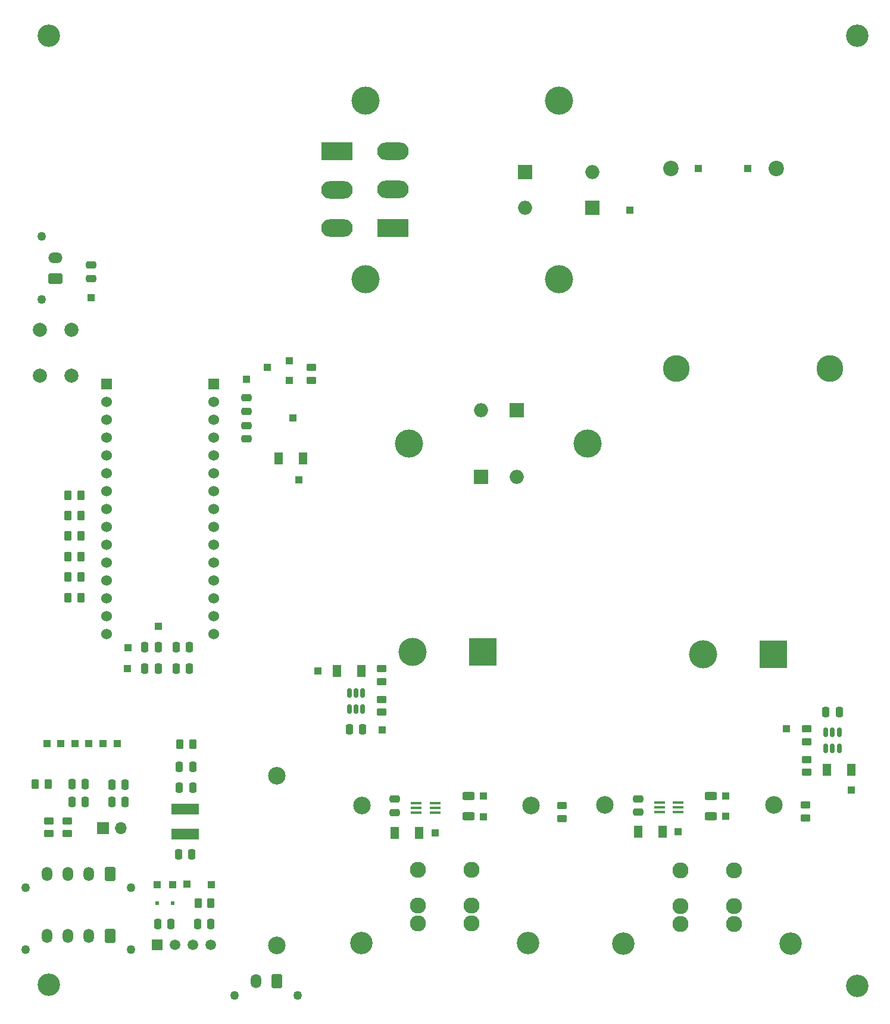
<source format=gbr>
%TF.GenerationSoftware,KiCad,Pcbnew,(6.0.1)*%
%TF.CreationDate,2022-03-05T17:58:01-06:00*%
%TF.ProjectId,MPPT,4d505054-2e6b-4696-9361-645f70636258,1.4.0*%
%TF.SameCoordinates,PX10b1ae8PY9b06478*%
%TF.FileFunction,Soldermask,Bot*%
%TF.FilePolarity,Negative*%
%FSLAX46Y46*%
G04 Gerber Fmt 4.6, Leading zero omitted, Abs format (unit mm)*
G04 Created by KiCad (PCBNEW (6.0.1)) date 2022-03-05 17:58:01*
%MOMM*%
%LPD*%
G01*
G04 APERTURE LIST*
G04 Aperture macros list*
%AMRoundRect*
0 Rectangle with rounded corners*
0 $1 Rounding radius*
0 $2 $3 $4 $5 $6 $7 $8 $9 X,Y pos of 4 corners*
0 Add a 4 corners polygon primitive as box body*
4,1,4,$2,$3,$4,$5,$6,$7,$8,$9,$2,$3,0*
0 Add four circle primitives for the rounded corners*
1,1,$1+$1,$2,$3*
1,1,$1+$1,$4,$5*
1,1,$1+$1,$6,$7*
1,1,$1+$1,$8,$9*
0 Add four rect primitives between the rounded corners*
20,1,$1+$1,$2,$3,$4,$5,0*
20,1,$1+$1,$4,$5,$6,$7,0*
20,1,$1+$1,$6,$7,$8,$9,0*
20,1,$1+$1,$8,$9,$2,$3,0*%
G04 Aperture macros list end*
%ADD10C,1.270000*%
%ADD11RoundRect,0.250001X0.759999X-0.499999X0.759999X0.499999X-0.759999X0.499999X-0.759999X-0.499999X0*%
%ADD12O,2.020000X1.500000*%
%ADD13C,3.200000*%
%ADD14C,2.286000*%
%ADD15RoundRect,0.250001X0.499999X0.759999X-0.499999X0.759999X-0.499999X-0.759999X0.499999X-0.759999X0*%
%ADD16O,1.500000X2.020000*%
%ADD17C,2.000000*%
%ADD18C,4.000000*%
%ADD19R,2.000000X2.000000*%
%ADD20O,2.000000X2.000000*%
%ADD21C,2.500000*%
%ADD22R,1.530000X1.530000*%
%ADD23C,1.530000*%
%ADD24R,1.700000X1.700000*%
%ADD25O,1.700000X1.700000*%
%ADD26C,2.200000*%
%ADD27R,4.000000X4.000000*%
%ADD28R,1.508000X1.508000*%
%ADD29C,1.508000*%
%ADD30R,4.500000X2.500000*%
%ADD31O,4.500000X2.500000*%
%ADD32C,3.800000*%
%ADD33R,1.000000X1.000000*%
%ADD34R,1.500000X0.400000*%
%ADD35R,1.300000X1.700000*%
%ADD36RoundRect,0.250000X-0.450000X0.262500X-0.450000X-0.262500X0.450000X-0.262500X0.450000X0.262500X0*%
%ADD37RoundRect,0.250000X-0.250000X-0.475000X0.250000X-0.475000X0.250000X0.475000X-0.250000X0.475000X0*%
%ADD38RoundRect,0.250000X0.625000X-0.312500X0.625000X0.312500X-0.625000X0.312500X-0.625000X-0.312500X0*%
%ADD39RoundRect,0.250000X0.250000X0.475000X-0.250000X0.475000X-0.250000X-0.475000X0.250000X-0.475000X0*%
%ADD40RoundRect,0.250000X0.262500X0.450000X-0.262500X0.450000X-0.262500X-0.450000X0.262500X-0.450000X0*%
%ADD41RoundRect,0.250000X0.475000X-0.250000X0.475000X0.250000X-0.475000X0.250000X-0.475000X-0.250000X0*%
%ADD42RoundRect,0.250000X0.450000X-0.262500X0.450000X0.262500X-0.450000X0.262500X-0.450000X-0.262500X0*%
%ADD43RoundRect,0.150000X-0.150000X0.512500X-0.150000X-0.512500X0.150000X-0.512500X0.150000X0.512500X0*%
%ADD44R,1.100000X1.100000*%
%ADD45R,4.000000X1.500000*%
%ADD46RoundRect,0.250000X-0.475000X0.250000X-0.475000X-0.250000X0.475000X-0.250000X0.475000X0.250000X0*%
%ADD47RoundRect,0.150000X0.150000X-0.512500X0.150000X0.512500X-0.150000X0.512500X-0.150000X-0.512500X0*%
%ADD48R,0.500000X0.500000*%
%ADD49RoundRect,0.250000X-0.625000X0.312500X-0.625000X-0.312500X0.625000X-0.312500X0.625000X0.312500X0*%
G04 APERTURE END LIST*
D10*
%TO.C,J2*%
X21495000Y-51020000D03*
X21495000Y-60020000D03*
D11*
X23455000Y-57020000D03*
D12*
X23455000Y-54020000D03*
%TD*%
D13*
%TO.C,J3*%
X127995000Y-151580000D03*
X104255000Y-151580000D03*
D14*
X112315000Y-148780000D03*
X112315000Y-146240000D03*
X112315000Y-141160000D03*
X119935000Y-148780000D03*
X119935000Y-141160000D03*
X119935000Y-146240000D03*
%TD*%
D13*
%TO.C,H1*%
X137520000Y-157565000D03*
%TD*%
%TO.C,H2*%
X22500000Y-157470000D03*
%TD*%
%TO.C,H3*%
X137500000Y-22470000D03*
%TD*%
%TO.C,H4*%
X22500000Y-22470000D03*
%TD*%
D10*
%TO.C,J6*%
X34235000Y-143640000D03*
X19235000Y-143640000D03*
D15*
X31235000Y-141680000D03*
D16*
X28235000Y-141680000D03*
X25235000Y-141680000D03*
X22235000Y-141680000D03*
%TD*%
D17*
%TO.C,SW1*%
X21220000Y-64300000D03*
X21220000Y-70800000D03*
X25720000Y-70800000D03*
X25720000Y-64300000D03*
%TD*%
D18*
%TO.C,HS3*%
X73785000Y-80475000D03*
X99185000Y-80475000D03*
%TD*%
D19*
%TO.C,D6*%
X89030000Y-75710000D03*
D20*
X83950000Y-75710000D03*
%TD*%
D10*
%TO.C,J5*%
X34230000Y-152440000D03*
X19230000Y-152440000D03*
D15*
X31230000Y-150480000D03*
D16*
X28230000Y-150480000D03*
X25230000Y-150480000D03*
X22230000Y-150480000D03*
%TD*%
D21*
%TO.C,F3*%
X54992500Y-127750000D03*
X54992500Y-151850000D03*
%TD*%
D19*
%TO.C,D5*%
X83950000Y-85255000D03*
D20*
X89030000Y-85255000D03*
%TD*%
D21*
%TO.C,F2*%
X67045000Y-131955000D03*
X91145000Y-131955000D03*
%TD*%
D18*
%TO.C,HS2*%
X95065000Y-31690000D03*
X95065000Y-57090000D03*
%TD*%
D10*
%TO.C,J1*%
X48955000Y-158920000D03*
X57955000Y-158920000D03*
D15*
X54955000Y-156960000D03*
D16*
X51955000Y-156960000D03*
%TD*%
D22*
%TO.C,U2*%
X30775000Y-71965000D03*
D23*
X30775000Y-74505000D03*
X30775000Y-77045000D03*
X30775000Y-79585000D03*
X30775000Y-82125000D03*
X30775000Y-84665000D03*
X30775000Y-87205000D03*
X30775000Y-89745000D03*
X30775000Y-92285000D03*
X30775000Y-94825000D03*
X30775000Y-97365000D03*
X30775000Y-99905000D03*
X30775000Y-102445000D03*
X30775000Y-104985000D03*
X30775000Y-107525000D03*
X46015000Y-107525000D03*
X46015000Y-104985000D03*
X46015000Y-102445000D03*
X46015000Y-99905000D03*
X46015000Y-97365000D03*
X46015000Y-94825000D03*
X46015000Y-92285000D03*
X46015000Y-89745000D03*
X46015000Y-87205000D03*
X46015000Y-84665000D03*
X46015000Y-82125000D03*
X46015000Y-79585000D03*
X46015000Y-77045000D03*
X46015000Y-74505000D03*
D22*
X46015000Y-71965000D03*
%TD*%
D19*
%TO.C,R5*%
X99800000Y-46985000D03*
D20*
X99800000Y-41905000D03*
%TD*%
D18*
%TO.C,HS1*%
X67530000Y-57085000D03*
X67530000Y-31685000D03*
%TD*%
D24*
%TO.C,JP1*%
X30265000Y-135132500D03*
D25*
X32805000Y-135132500D03*
%TD*%
D26*
%TO.C,C9*%
X110975000Y-41325000D03*
X125975000Y-41325000D03*
%TD*%
D27*
%TO.C,CP1*%
X125570000Y-110435000D03*
D18*
X115570000Y-110435000D03*
%TD*%
D28*
%TO.C,U1*%
X37962500Y-151735000D03*
D29*
X40502500Y-151735000D03*
X43042500Y-151735000D03*
X45582500Y-151735000D03*
%TD*%
D30*
%TO.C,Q1*%
X63525000Y-38930000D03*
D31*
X63525000Y-44380000D03*
X63525000Y-49830000D03*
%TD*%
D13*
%TO.C,J4*%
X90715000Y-151515000D03*
X66975000Y-151515000D03*
D14*
X75035000Y-146175000D03*
X75035000Y-148715000D03*
X75035000Y-141095000D03*
X82655000Y-141095000D03*
X82655000Y-148715000D03*
X82655000Y-146175000D03*
%TD*%
D19*
%TO.C,D4*%
X90270000Y-41905000D03*
D20*
X90270000Y-46985000D03*
%TD*%
D30*
%TO.C,Q2*%
X71435000Y-49800000D03*
D31*
X71435000Y-44350000D03*
X71435000Y-38900000D03*
%TD*%
D32*
%TO.C,L2*%
X133590000Y-69795000D03*
X111790000Y-69795000D03*
%TD*%
D21*
%TO.C,F1*%
X125670000Y-131874000D03*
X101570000Y-131874000D03*
%TD*%
D27*
%TO.C,CP2*%
X84225000Y-110145000D03*
D18*
X74225000Y-110145000D03*
%TD*%
D33*
%TO.C,TP16*%
X112055000Y-135697500D03*
%TD*%
D34*
%TO.C,U6*%
X74800000Y-132934000D03*
X74800000Y-132284000D03*
X74800000Y-131634000D03*
X77460000Y-131634000D03*
X77460000Y-132284000D03*
X77460000Y-132934000D03*
%TD*%
D35*
%TO.C,D2*%
X55170000Y-82625000D03*
X58670000Y-82625000D03*
%TD*%
D36*
%TO.C,R10*%
X69865000Y-116842500D03*
X69865000Y-118667500D03*
%TD*%
D37*
%TO.C,C19*%
X31480000Y-131417500D03*
X33380000Y-131417500D03*
%TD*%
D33*
%TO.C,TP17*%
X84325000Y-133576000D03*
%TD*%
D38*
%TO.C,R6*%
X116665000Y-133487500D03*
X116665000Y-130562500D03*
%TD*%
D33*
%TO.C,TP26*%
X32255000Y-123182500D03*
%TD*%
D37*
%TO.C,C14*%
X40640000Y-109425000D03*
X42540000Y-109425000D03*
%TD*%
D39*
%TO.C,C15*%
X42545000Y-112465000D03*
X40645000Y-112465000D03*
%TD*%
D36*
%TO.C,R9*%
X130295000Y-125390000D03*
X130295000Y-127215000D03*
%TD*%
D33*
%TO.C,TP5*%
X45600000Y-143185000D03*
%TD*%
D40*
%TO.C,R3*%
X42990000Y-123235000D03*
X41165000Y-123235000D03*
%TD*%
D41*
%TO.C,C11*%
X71720000Y-132959000D03*
X71720000Y-131059000D03*
%TD*%
D37*
%TO.C,C7*%
X41095000Y-129430000D03*
X42995000Y-129430000D03*
%TD*%
D33*
%TO.C,TP18*%
X84290000Y-130636000D03*
%TD*%
%TO.C,TP31*%
X22230000Y-123182500D03*
%TD*%
%TO.C,TP23*%
X60790000Y-112805000D03*
%TD*%
D35*
%TO.C,D10*%
X63495000Y-112810000D03*
X66995000Y-112810000D03*
%TD*%
D33*
%TO.C,TP19*%
X77485000Y-135879000D03*
%TD*%
D35*
%TO.C,D8*%
X75215000Y-135859000D03*
X71715000Y-135859000D03*
%TD*%
D42*
%TO.C,R14*%
X22490000Y-135937500D03*
X22490000Y-134112500D03*
%TD*%
D33*
%TO.C,TP1*%
X40172500Y-143185000D03*
%TD*%
D37*
%TO.C,C18*%
X31495000Y-128947500D03*
X33395000Y-128947500D03*
%TD*%
%TO.C,C20*%
X25790000Y-131427500D03*
X27690000Y-131427500D03*
%TD*%
%TO.C,C6*%
X40970000Y-138870000D03*
X42870000Y-138870000D03*
%TD*%
D33*
%TO.C,TP7*%
X58065000Y-85670000D03*
%TD*%
%TO.C,TP25*%
X33745000Y-109510000D03*
%TD*%
D39*
%TO.C,C2*%
X45592500Y-148770000D03*
X43692500Y-148770000D03*
%TD*%
D43*
%TO.C,U8*%
X65245000Y-115939882D03*
X66195000Y-115939882D03*
X67145000Y-115939882D03*
X67145000Y-118214882D03*
X66195000Y-118214882D03*
X65245000Y-118214882D03*
%TD*%
D33*
%TO.C,TP27*%
X28235000Y-123177500D03*
%TD*%
D40*
%TO.C,R12*%
X22442500Y-128927500D03*
X20617500Y-128927500D03*
%TD*%
D42*
%TO.C,R11*%
X69850000Y-114312500D03*
X69850000Y-112487500D03*
%TD*%
D33*
%TO.C,TP24*%
X33715000Y-112490000D03*
%TD*%
D35*
%TO.C,D7*%
X109815000Y-135682500D03*
X106315000Y-135682500D03*
%TD*%
D44*
%TO.C,D3*%
X56760000Y-68665000D03*
X56760000Y-71465000D03*
%TD*%
D45*
%TO.C,L1*%
X41925000Y-136055000D03*
X41925000Y-132455000D03*
%TD*%
D33*
%TO.C,TP22*%
X69955000Y-121192500D03*
%TD*%
D42*
%TO.C,R16*%
X95465000Y-133787500D03*
X95465000Y-131962500D03*
%TD*%
%TO.C,R8*%
X130300000Y-122880000D03*
X130300000Y-121055000D03*
%TD*%
D46*
%TO.C,C4*%
X50630000Y-77930000D03*
X50630000Y-79830000D03*
%TD*%
D33*
%TO.C,TP30*%
X24225000Y-123182500D03*
%TD*%
%TO.C,TP8*%
X57245000Y-76820000D03*
%TD*%
D37*
%TO.C,C12*%
X133030000Y-118675000D03*
X134930000Y-118675000D03*
%TD*%
D33*
%TO.C,TP29*%
X30245000Y-123182500D03*
%TD*%
D36*
%TO.C,R13*%
X25180000Y-134127500D03*
X25180000Y-135952500D03*
%TD*%
D39*
%TO.C,C8*%
X42985000Y-126475000D03*
X41085000Y-126475000D03*
%TD*%
D40*
%TO.C,R17*%
X27097500Y-87820000D03*
X25272500Y-87820000D03*
%TD*%
D33*
%TO.C,TP4*%
X38080000Y-106455000D03*
%TD*%
D42*
%TO.C,R15*%
X130170000Y-133702500D03*
X130170000Y-131877500D03*
%TD*%
D40*
%TO.C,R1*%
X45572500Y-145810000D03*
X43747500Y-145810000D03*
%TD*%
D33*
%TO.C,TP21*%
X136665000Y-129745000D03*
%TD*%
%TO.C,TP2*%
X37965000Y-143210000D03*
%TD*%
D39*
%TO.C,C13*%
X67140000Y-121145000D03*
X65240000Y-121145000D03*
%TD*%
D47*
%TO.C,U7*%
X134920000Y-123807500D03*
X133970000Y-123807500D03*
X133020000Y-123807500D03*
X133020000Y-121532500D03*
X133970000Y-121532500D03*
X134920000Y-121532500D03*
%TD*%
D37*
%TO.C,C16*%
X36190000Y-109465000D03*
X38090000Y-109465000D03*
%TD*%
D33*
%TO.C,TP12*%
X114880000Y-41345000D03*
%TD*%
%TO.C,TP13*%
X121900000Y-41370000D03*
%TD*%
D39*
%TO.C,C1*%
X39877500Y-148805000D03*
X37977500Y-148805000D03*
%TD*%
D33*
%TO.C,TP9*%
X50625000Y-71295000D03*
%TD*%
%TO.C,TP11*%
X105130000Y-47320000D03*
%TD*%
%TO.C,TP6*%
X42175000Y-143165000D03*
%TD*%
D39*
%TO.C,C17*%
X38085000Y-112485000D03*
X36185000Y-112485000D03*
%TD*%
D40*
%TO.C,R21*%
X27097500Y-99450000D03*
X25272500Y-99450000D03*
%TD*%
D33*
%TO.C,TP15*%
X118775000Y-133511000D03*
%TD*%
D39*
%TO.C,C21*%
X27690000Y-128937500D03*
X25790000Y-128937500D03*
%TD*%
D33*
%TO.C,TP20*%
X127445000Y-121060000D03*
%TD*%
D34*
%TO.C,U5*%
X109390000Y-132847500D03*
X109390000Y-132197500D03*
X109390000Y-131547500D03*
X112050000Y-131547500D03*
X112050000Y-132197500D03*
X112050000Y-132847500D03*
%TD*%
D48*
%TO.C,D1*%
X40162500Y-145835000D03*
X37962500Y-145835000D03*
%TD*%
D40*
%TO.C,R22*%
X27070000Y-93605000D03*
X25245000Y-93605000D03*
%TD*%
D33*
%TO.C,TP28*%
X26225000Y-123182500D03*
%TD*%
%TO.C,TP14*%
X118775000Y-130571000D03*
%TD*%
D49*
%TO.C,R7*%
X82190000Y-130585000D03*
X82190000Y-133510000D03*
%TD*%
D35*
%TO.C,D9*%
X136665000Y-126845000D03*
X133165000Y-126845000D03*
%TD*%
D33*
%TO.C,TP3*%
X28535000Y-59750000D03*
%TD*%
D40*
%TO.C,R20*%
X27090000Y-102440000D03*
X25265000Y-102440000D03*
%TD*%
D41*
%TO.C,C10*%
X106335000Y-132892500D03*
X106335000Y-130992500D03*
%TD*%
D46*
%TO.C,C5*%
X50610000Y-73965000D03*
X50610000Y-75865000D03*
%TD*%
D33*
%TO.C,TP10*%
X53570000Y-69670000D03*
%TD*%
D36*
%TO.C,R4*%
X59885000Y-69650000D03*
X59885000Y-71475000D03*
%TD*%
D40*
%TO.C,R19*%
X27095000Y-96560000D03*
X25270000Y-96560000D03*
%TD*%
D41*
%TO.C,C3*%
X28535000Y-56995000D03*
X28535000Y-55095000D03*
%TD*%
D40*
%TO.C,R18*%
X27097500Y-90730000D03*
X25272500Y-90730000D03*
%TD*%
M02*

</source>
